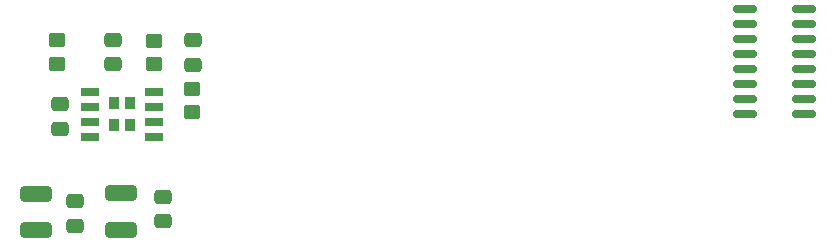
<source format=gbr>
%TF.GenerationSoftware,KiCad,Pcbnew,7.0.1-0*%
%TF.CreationDate,2024-01-28T22:02:15-07:00*%
%TF.ProjectId,biju_saturn_lamp,62696a75-5f73-4617-9475-726e5f6c616d,rev?*%
%TF.SameCoordinates,Original*%
%TF.FileFunction,Paste,Top*%
%TF.FilePolarity,Positive*%
%FSLAX46Y46*%
G04 Gerber Fmt 4.6, Leading zero omitted, Abs format (unit mm)*
G04 Created by KiCad (PCBNEW 7.0.1-0) date 2024-01-28 22:02:15*
%MOMM*%
%LPD*%
G01*
G04 APERTURE LIST*
G04 Aperture macros list*
%AMRoundRect*
0 Rectangle with rounded corners*
0 $1 Rounding radius*
0 $2 $3 $4 $5 $6 $7 $8 $9 X,Y pos of 4 corners*
0 Add a 4 corners polygon primitive as box body*
4,1,4,$2,$3,$4,$5,$6,$7,$8,$9,$2,$3,0*
0 Add four circle primitives for the rounded corners*
1,1,$1+$1,$2,$3*
1,1,$1+$1,$4,$5*
1,1,$1+$1,$6,$7*
1,1,$1+$1,$8,$9*
0 Add four rect primitives between the rounded corners*
20,1,$1+$1,$2,$3,$4,$5,0*
20,1,$1+$1,$4,$5,$6,$7,0*
20,1,$1+$1,$6,$7,$8,$9,0*
20,1,$1+$1,$8,$9,$2,$3,0*%
G04 Aperture macros list end*
%ADD10RoundRect,0.250000X-1.075000X0.400000X-1.075000X-0.400000X1.075000X-0.400000X1.075000X0.400000X0*%
%ADD11RoundRect,0.250000X-0.475000X0.337500X-0.475000X-0.337500X0.475000X-0.337500X0.475000X0.337500X0*%
%ADD12RoundRect,0.250000X0.450000X-0.350000X0.450000X0.350000X-0.450000X0.350000X-0.450000X-0.350000X0*%
%ADD13RoundRect,0.250000X-0.450000X0.350000X-0.450000X-0.350000X0.450000X-0.350000X0.450000X0.350000X0*%
%ADD14RoundRect,0.150000X0.825000X0.150000X-0.825000X0.150000X-0.825000X-0.150000X0.825000X-0.150000X0*%
%ADD15R,1.500000X0.650000*%
%ADD16R,0.810000X1.080000*%
%ADD17RoundRect,0.250000X0.475000X-0.337500X0.475000X0.337500X-0.475000X0.337500X-0.475000X-0.337500X0*%
G04 APERTURE END LIST*
D10*
%TO.C,FB1*%
X156718000Y-120243000D03*
X156718000Y-123343000D03*
%TD*%
%TO.C,FB2*%
X163931600Y-120166800D03*
X163931600Y-123266800D03*
%TD*%
D11*
%TO.C,C5*%
X167513000Y-120480000D03*
X167513000Y-122555000D03*
%TD*%
D12*
%TO.C,R3*%
X158532000Y-109215171D03*
X158532000Y-107215171D03*
%TD*%
D13*
%TO.C,R1*%
X169975000Y-111350000D03*
X169975000Y-113350000D03*
%TD*%
D14*
%TO.C,U2*%
X221764400Y-113487200D03*
X221764400Y-112217200D03*
X221764400Y-110947200D03*
X221764400Y-109677200D03*
X221764400Y-108407200D03*
X221764400Y-107137200D03*
X221764400Y-105867200D03*
X221764400Y-104597200D03*
X216814400Y-104597200D03*
X216814400Y-105867200D03*
X216814400Y-107137200D03*
X216814400Y-108407200D03*
X216814400Y-109677200D03*
X216814400Y-110947200D03*
X216814400Y-112217200D03*
X216814400Y-113487200D03*
%TD*%
D15*
%TO.C,U3*%
X166733000Y-115388971D03*
X166733000Y-114118971D03*
X166733000Y-112848971D03*
X166733000Y-111578971D03*
X161333000Y-111578971D03*
X161333000Y-112848971D03*
X161333000Y-114118971D03*
X161333000Y-115388971D03*
D16*
X164708000Y-114383971D03*
X164708000Y-112583971D03*
X163358000Y-114383971D03*
X163358000Y-112583971D03*
%TD*%
D11*
%TO.C,C1*%
X170012800Y-107228471D03*
X170012800Y-109303471D03*
%TD*%
D17*
%TO.C,C3*%
X158786000Y-114713671D03*
X158786000Y-112638671D03*
%TD*%
%TO.C,C4*%
X160020000Y-122957500D03*
X160020000Y-120882500D03*
%TD*%
D12*
%TO.C,R2*%
X166761600Y-109265971D03*
X166761600Y-107265971D03*
%TD*%
D11*
%TO.C,C2*%
X163307200Y-107177671D03*
X163307200Y-109252671D03*
%TD*%
M02*

</source>
